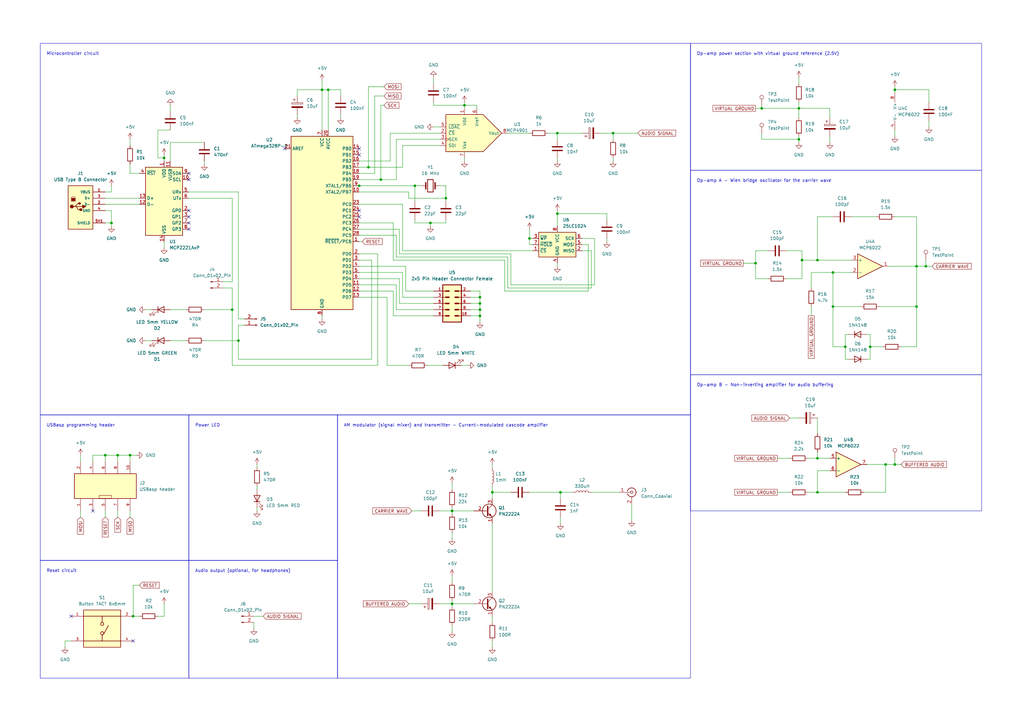
<source format=kicad_sch>
(kicad_sch (version 20230121) (generator eeschema)
  (paper "A3")
  (title_block (title "RTTY/AM radio transmitter card with USB serial input"))
  (junction (at 134.62 36.83))
  (junction (at 190.5 43.18))
  (junction (at 375.92 125.73))
  (junction (at 196.85 129.54))
  (junction (at 54.61 252.73))
  (junction (at 335.28 187.96))
  (junction (at 196.85 124.46))
  (junction (at 327.66 57.15))
  (junction (at 182.88 81.28))
  (junction (at 185.42 247.65))
  (junction (at 367.03 190.5))
  (junction (at 53.34 186.69))
  (junction (at 151.13 68.58))
  (junction (at 97.79 139.7))
  (junction (at 176.53 91.44))
  (junction (at 251.46 54.61))
  (junction (at 312.42 44.45))
  (junction (at 95.25 127))
  (junction (at 132.08 36.83))
  (junction (at 346.71 142.24))
  (junction (at 335.28 201.93))
  (junction (at 228.6 54.61))
  (junction (at 217.17 97.79))
  (junction (at 309.88 107.95))
  (junction (at 201.93 201.93))
  (junction (at 335.28 106.68))
  (junction (at 67.31 64.77))
  (junction (at 341.63 125.73))
  (junction (at 147.32 76.2))
  (junction (at 185.42 209.55))
  (junction (at 356.87 142.24))
  (junction (at 196.85 127))
  (junction (at 48.26 186.69))
  (junction (at 43.18 186.69))
  (junction (at 341.63 111.76))
  (junction (at 379.73 109.22))
  (junction (at 327.66 44.45))
  (junction (at 228.6 87.63))
  (junction (at 328.93 106.68))
  (junction (at 196.85 121.92))
  (junction (at 170.18 76.2))
  (junction (at 367.03 36.83))
  (junction (at 363.22 190.5))
  (junction (at 45.72 91.44))
  (junction (at 156.21 73.66))
  (junction (at 229.87 201.93))
  (junction (at 375.92 109.22))
  (no_connect (at 147.32 86.36))
  (no_connect (at 77.47 71.12))
  (no_connect (at 147.32 63.5))
  (no_connect (at 77.47 86.36))
  (no_connect (at 77.47 91.44))
  (no_connect (at 147.32 60.96))
  (no_connect (at 29.21 252.73))
  (no_connect (at 54.61 262.89))
  (no_connect (at 38.1 209.55))
  (no_connect (at 77.47 93.98))
  (no_connect (at 147.32 88.9))
  (no_connect (at 116.84 60.96))
  (no_connect (at 77.47 73.66))
  (no_connect (at 77.47 88.9))
  (wire (pts (xy 147.32 66.04) (xy 160.02 66.04)))
  (wire (pts (xy 165.1 121.92) (xy 165.1 111.76)))
  (wire (pts (xy 166.37 109.22) (xy 147.32 109.22)))
  (wire (pts (xy 162.56 105.41) (xy 162.56 96.52)))
  (wire (pts (xy 349.25 88.9) (xy 359.41 88.9)))
  (wire (pts (xy 335.28 88.9) (xy 341.63 88.9)))
  (wire (pts (xy 375.92 109.22) (xy 379.73 109.22)))
  (wire (pts (xy 100.33 133.35) (xy 97.79 133.35)))
  (wire (pts (xy 45.72 86.36) (xy 43.18 86.36)))
  (wire (pts (xy 193.04 119.38) (xy 196.85 119.38)))
  (wire (pts (xy 177.8 41.91) (xy 177.8 43.18)))
  (wire (pts (xy 161.29 119.38) (xy 161.29 129.54)))
  (wire (pts (xy 176.53 91.44) (xy 176.53 92.71)))
  (wire (pts (xy 54.61 252.73) (xy 57.15 252.73)))
  (wire (pts (xy 132.08 33.02) (xy 132.08 36.83)))
  (wire (pts (xy 165.1 83.82) (xy 147.32 83.82)))
  (wire (pts (xy 97.79 147.32) (xy 152.4 147.32)))
  (wire (pts (xy 347.98 137.16) (xy 346.71 137.16)))
  (wire (pts (xy 332.74 111.76) (xy 332.74 118.11)))
  (wire (pts (xy 381 36.83) (xy 381 41.91)))
  (wire (pts (xy 64.77 53.34) (xy 64.77 64.77)))
  (wire (pts (xy 312.42 57.15) (xy 327.66 57.15)))
  (wire (pts (xy 185.42 236.22) (xy 185.42 238.76)))
  (wire (pts (xy 158.75 149.86) (xy 167.64 149.86)))
  (wire (pts (xy 147.32 73.66) (xy 156.21 73.66)))
  (wire (pts (xy 166.37 119.38) (xy 166.37 109.22)))
  (wire (pts (xy 209.55 104.14) (xy 163.83 104.14)))
  (wire (pts (xy 248.92 99.06) (xy 248.92 97.79)))
  (wire (pts (xy 69.85 58.42) (xy 83.82 58.42)))
  (wire (pts (xy 38.1 186.69) (xy 43.18 186.69)))
  (wire (pts (xy 335.28 193.04) (xy 340.36 193.04)))
  (wire (pts (xy 327.66 31.75) (xy 327.66 34.29)))
  (wire (pts (xy 341.63 125.73) (xy 353.06 125.73)))
  (wire (pts (xy 62.23 139.7) (xy 59.69 139.7)))
  (wire (pts (xy 318.77 187.96) (xy 323.85 187.96)))
  (wire (pts (xy 217.17 97.79) (xy 217.17 93.98)))
  (wire (pts (xy 147.32 116.84) (xy 162.56 116.84)))
  (wire (pts (xy 185.42 247.65) (xy 194.31 247.65)))
  (wire (pts (xy 185.42 209.55) (xy 194.31 209.55)))
  (wire (pts (xy 196.85 127) (xy 196.85 129.54)))
  (wire (pts (xy 309.88 114.3) (xy 309.88 107.95)))
  (wire (pts (xy 158.75 121.92) (xy 158.75 149.86)))
  (wire (pts (xy 335.28 185.42) (xy 335.28 187.96)))
  (wire (pts (xy 45.72 86.36) (xy 45.72 91.44)))
  (wire (pts (xy 185.42 218.44) (xy 185.42 220.98)))
  (wire (pts (xy 242.57 102.87) (xy 242.57 118.11)))
  (wire (pts (xy 304.8 107.95) (xy 309.88 107.95)))
  (wire (pts (xy 121.92 39.37) (xy 121.92 36.83)))
  (wire (pts (xy 95.25 81.28) (xy 77.47 81.28)))
  (wire (pts (xy 95.25 149.86) (xy 95.25 127)))
  (wire (pts (xy 53.34 189.23) (xy 53.34 186.69)))
  (wire (pts (xy 53.34 57.15) (xy 53.34 59.69)))
  (wire (pts (xy 207.01 119.38) (xy 207.01 106.68)))
  (wire (pts (xy 340.36 48.26) (xy 340.36 44.45)))
  (wire (pts (xy 165.1 102.87) (xy 218.44 102.87)))
  (wire (pts (xy 33.02 209.55) (xy 33.02 212.09)))
  (wire (pts (xy 147.32 78.74) (xy 167.64 78.74)))
  (wire (pts (xy 196.85 124.46) (xy 196.85 127)))
  (wire (pts (xy 163.83 114.3) (xy 163.83 124.46)))
  (wire (pts (xy 193.04 124.46) (xy 196.85 124.46)))
  (wire (pts (xy 207.01 106.68) (xy 161.29 106.68)))
  (wire (pts (xy 218.44 100.33) (xy 217.17 100.33)))
  (wire (pts (xy 121.92 36.83) (xy 132.08 36.83)))
  (wire (pts (xy 196.85 121.92) (xy 196.85 124.46)))
  (wire (pts (xy 54.61 240.03) (xy 54.61 252.73)))
  (wire (pts (xy 242.57 118.11) (xy 208.28 118.11)))
  (wire (pts (xy 195.58 44.45) (xy 195.58 43.18)))
  (wire (pts (xy 312.42 54.61) (xy 312.42 57.15)))
  (wire (pts (xy 248.92 87.63) (xy 228.6 87.63)))
  (wire (pts (xy 341.63 142.24) (xy 341.63 125.73)))
  (wire (pts (xy 104.14 255.27) (xy 104.14 257.81)))
  (wire (pts (xy 157.48 35.56) (xy 151.13 35.56)))
  (wire (pts (xy 196.85 129.54) (xy 196.85 132.08)))
  (wire (pts (xy 165.1 111.76) (xy 147.32 111.76)))
  (wire (pts (xy 331.47 201.93) (xy 335.28 201.93)))
  (wire (pts (xy 340.36 44.45) (xy 327.66 44.45)))
  (wire (pts (xy 165.1 102.87) (xy 165.1 83.82)))
  (wire (pts (xy 379.73 106.68) (xy 379.73 109.22)))
  (wire (pts (xy 69.85 66.04) (xy 69.85 58.42)))
  (wire (pts (xy 340.36 55.88) (xy 340.36 58.42)))
  (wire (pts (xy 228.6 107.95) (xy 228.6 109.22)))
  (wire (pts (xy 57.15 240.03) (xy 54.61 240.03)))
  (wire (pts (xy 375.92 125.73) (xy 375.92 109.22)))
  (wire (pts (xy 241.3 100.33) (xy 241.3 119.38)))
  (wire (pts (xy 375.92 142.24) (xy 375.92 125.73)))
  (wire (pts (xy 241.3 119.38) (xy 207.01 119.38)))
  (wire (pts (xy 314.96 114.3) (xy 309.88 114.3)))
  (wire (pts (xy 259.08 207.01) (xy 259.08 213.36)))
  (wire (pts (xy 375.92 88.9) (xy 375.92 109.22)))
  (wire (pts (xy 161.29 106.68) (xy 161.29 91.44)))
  (wire (pts (xy 335.28 171.45) (xy 335.28 177.8)))
  (wire (pts (xy 146.05 76.2) (xy 147.32 76.2)))
  (wire (pts (xy 139.7 36.83) (xy 134.62 36.83)))
  (wire (pts (xy 48.26 209.55) (xy 48.26 212.09)))
  (wire (pts (xy 95.25 81.28) (xy 95.25 115.57)))
  (wire (pts (xy 152.4 106.68) (xy 147.32 106.68)))
  (wire (pts (xy 38.1 189.23) (xy 38.1 186.69)))
  (wire (pts (xy 375.92 109.22) (xy 364.49 109.22)))
  (wire (pts (xy 201.93 214.63) (xy 201.93 242.57)))
  (wire (pts (xy 147.32 99.06) (xy 148.59 99.06)))
  (wire (pts (xy 67.31 64.77) (xy 67.31 66.04)))
  (wire (pts (xy 134.62 36.83) (xy 132.08 36.83)))
  (wire (pts (xy 77.47 78.74) (xy 97.79 78.74)))
  (wire (pts (xy 355.6 147.32) (xy 356.87 147.32)))
  (wire (pts (xy 182.88 91.44) (xy 176.53 91.44)))
  (wire (pts (xy 43.18 81.28) (xy 57.15 81.28)))
  (wire (pts (xy 243.84 97.79) (xy 243.84 116.84)))
  (wire (pts (xy 48.26 186.69) (xy 48.26 189.23)))
  (wire (pts (xy 217.17 100.33) (xy 217.17 97.79)))
  (wire (pts (xy 201.93 201.93) (xy 201.93 204.47)))
  (wire (pts (xy 367.03 36.83) (xy 367.03 38.1)))
  (wire (pts (xy 322.58 102.87) (xy 328.93 102.87)))
  (wire (pts (xy 228.6 86.36) (xy 228.6 87.63)))
  (wire (pts (xy 228.6 64.77) (xy 228.6 66.04)))
  (wire (pts (xy 163.83 104.14) (xy 163.83 93.98)))
  (wire (pts (xy 201.93 201.93) (xy 209.55 201.93)))
  (wire (pts (xy 309.88 107.95) (xy 309.88 102.87)))
  (wire (pts (xy 367.03 190.5) (xy 369.57 190.5)))
  (wire (pts (xy 322.58 114.3) (xy 328.93 114.3)))
  (wire (pts (xy 360.68 125.73) (xy 375.92 125.73)))
  (wire (pts (xy 53.34 71.12) (xy 53.34 67.31)))
  (wire (pts (xy 182.88 76.2) (xy 182.88 81.28)))
  (wire (pts (xy 356.87 142.24) (xy 356.87 137.16)))
  (wire (pts (xy 154.94 149.86) (xy 95.25 149.86)))
  (wire (pts (xy 195.58 43.18) (xy 190.5 43.18)))
  (wire (pts (xy 43.18 186.69) (xy 43.18 189.23)))
  (wire (pts (xy 327.66 55.88) (xy 327.66 57.15)))
  (wire (pts (xy 243.84 116.84) (xy 209.55 116.84)))
  (wire (pts (xy 318.77 201.93) (xy 323.85 201.93)))
  (wire (pts (xy 43.18 209.55) (xy 43.18 212.09)))
  (wire (pts (xy 327.66 44.45) (xy 327.66 48.26)))
  (wire (pts (xy 33.02 186.69) (xy 33.02 189.23)))
  (wire (pts (xy 147.32 119.38) (xy 161.29 119.38)))
  (wire (pts (xy 69.85 43.18) (xy 69.85 45.72)))
  (wire (pts (xy 251.46 54.61) (xy 261.62 54.61)))
  (wire (pts (xy 354.33 201.93) (xy 363.22 201.93)))
  (wire (pts (xy 166.37 119.38) (xy 177.8 119.38)))
  (wire (pts (xy 132.08 129.54) (xy 132.08 130.81)))
  (wire (pts (xy 346.71 142.24) (xy 341.63 142.24)))
  (wire (pts (xy 121.92 46.99) (xy 121.92 48.26)))
  (wire (pts (xy 189.23 149.86) (xy 191.77 149.86)))
  (wire (pts (xy 165.1 68.58) (xy 165.1 59.69)))
  (wire (pts (xy 193.04 127) (xy 196.85 127)))
  (wire (pts (xy 45.72 78.74) (xy 45.72 76.2)))
  (wire (pts (xy 335.28 187.96) (xy 340.36 187.96)))
  (wire (pts (xy 367.03 53.34) (xy 367.03 55.88)))
  (wire (pts (xy 177.8 121.92) (xy 165.1 121.92)))
  (wire (pts (xy 161.29 129.54) (xy 177.8 129.54)))
  (wire (pts (xy 379.73 109.22) (xy 382.27 109.22)))
  (wire (pts (xy 369.57 142.24) (xy 375.92 142.24)))
  (wire (pts (xy 228.6 54.61) (xy 238.76 54.61)))
  (wire (pts (xy 147.32 104.14) (xy 154.94 104.14)))
  (wire (pts (xy 162.56 127) (xy 177.8 127)))
  (wire (pts (xy 180.34 247.65) (xy 185.42 247.65)))
  (wire (pts (xy 97.79 133.35) (xy 97.79 139.7)))
  (wire (pts (xy 163.83 124.46) (xy 177.8 124.46)))
  (wire (pts (xy 327.66 57.15) (xy 327.66 58.42)))
  (wire (pts (xy 217.17 201.93) (xy 229.87 201.93)))
  (wire (pts (xy 190.5 64.77) (xy 190.5 66.04)))
  (wire (pts (xy 91.44 118.11) (xy 95.25 118.11)))
  (wire (pts (xy 134.62 53.34) (xy 134.62 36.83)))
  (wire (pts (xy 327.66 41.91) (xy 327.66 44.45)))
  (wire (pts (xy 64.77 64.77) (xy 67.31 64.77)))
  (wire (pts (xy 185.42 247.65) (xy 185.42 246.38)))
  (wire (pts (xy 156.21 43.18) (xy 156.21 73.66)))
  (wire (pts (xy 67.31 252.73) (xy 64.77 252.73)))
  (wire (pts (xy 238.76 97.79) (xy 243.84 97.79)))
  (wire (pts (xy 67.31 99.06) (xy 67.31 101.6)))
  (wire (pts (xy 229.87 201.93) (xy 234.95 201.93)))
  (wire (pts (xy 76.2 127) (xy 69.85 127)))
  (wire (pts (xy 218.44 97.79) (xy 217.17 97.79)))
  (wire (pts (xy 201.93 252.73) (xy 201.93 255.27)))
  (wire (pts (xy 151.13 68.58) (xy 165.1 68.58)))
  (wire (pts (xy 323.85 171.45) (xy 327.66 171.45)))
  (wire (pts (xy 147.32 114.3) (xy 163.83 114.3)))
  (wire (pts (xy 177.8 52.07) (xy 180.34 52.07)))
  (wire (pts (xy 43.18 83.82) (xy 57.15 83.82)))
  (wire (pts (xy 43.18 91.44) (xy 45.72 91.44)))
  (wire (pts (xy 105.41 199.39) (xy 105.41 200.66)))
  (wire (pts (xy 177.8 43.18) (xy 190.5 43.18)))
  (wire (pts (xy 64.77 53.34) (xy 69.85 53.34)))
  (wire (pts (xy 335.28 106.68) (xy 349.25 106.68)))
  (wire (pts (xy 157.48 43.18) (xy 156.21 43.18)))
  (wire (pts (xy 162.56 116.84) (xy 162.56 127)))
  (wire (pts (xy 190.5 41.91) (xy 190.5 43.18)))
  (wire (pts (xy 332.74 125.73) (xy 332.74 129.54)))
  (wire (pts (xy 346.71 147.32) (xy 347.98 147.32)))
  (wire (pts (xy 147.32 121.92) (xy 158.75 121.92)))
  (wire (pts (xy 201.93 199.39) (xy 201.93 201.93)))
  (wire (pts (xy 83.82 66.04) (xy 83.82 67.31)))
  (wire (pts (xy 201.93 262.89) (xy 201.93 265.43)))
  (wire (pts (xy 156.21 73.66) (xy 162.56 73.66)))
  (wire (pts (xy 224.79 54.61) (xy 228.6 54.61)))
  (wire (pts (xy 208.28 54.61) (xy 217.17 54.61)))
  (wire (pts (xy 328.93 102.87) (xy 328.93 106.68)))
  (wire (pts (xy 83.82 139.7) (xy 97.79 139.7)))
  (wire (pts (xy 349.25 111.76) (xy 341.63 111.76)))
  (wire (pts (xy 208.28 105.41) (xy 162.56 105.41)))
  (wire (pts (xy 57.15 71.12) (xy 53.34 71.12)))
  (wire (pts (xy 363.22 201.93) (xy 363.22 190.5)))
  (wire (pts (xy 175.26 149.86) (xy 181.61 149.86)))
  (wire (pts (xy 162.56 73.66) (xy 162.56 57.15)))
  (wire (pts (xy 67.31 247.65) (xy 67.31 252.73)))
  (wire (pts (xy 177.8 31.75) (xy 177.8 34.29)))
  (wire (pts (xy 147.32 76.2) (xy 170.18 76.2)))
  (wire (pts (xy 182.88 90.17) (xy 182.88 91.44)))
  (wire (pts (xy 161.29 91.44) (xy 147.32 91.44)))
  (wire (pts (xy 309.88 102.87) (xy 314.96 102.87)))
  (wire (pts (xy 242.57 201.93) (xy 254 201.93)))
  (wire (pts (xy 162.56 57.15) (xy 180.34 57.15)))
  (wire (pts (xy 153.67 39.37) (xy 153.67 71.12)))
  (wire (pts (xy 312.42 43.18) (xy 312.42 44.45)))
  (wire (pts (xy 193.04 121.92) (xy 196.85 121.92)))
  (wire (pts (xy 152.4 106.68) (xy 152.4 147.32)))
  (wire (pts (xy 229.87 212.09) (xy 229.87 214.63)))
  (wire (pts (xy 346.71 137.16) (xy 346.71 142.24)))
  (wire (pts (xy 105.41 208.28) (xy 105.41 209.55)))
  (wire (pts (xy 157.48 39.37) (xy 153.67 39.37)))
  (wire (pts (xy 185.42 256.54) (xy 185.42 259.08)))
  (wire (pts (xy 185.42 209.55) (xy 185.42 208.28)))
  (wire (pts (xy 208.28 118.11) (xy 208.28 105.41)))
  (wire (pts (xy 160.02 54.61) (xy 180.34 54.61)))
  (wire (pts (xy 363.22 190.5) (xy 367.03 190.5)))
  (wire (pts (xy 163.83 93.98) (xy 147.32 93.98)))
  (wire (pts (xy 182.88 81.28) (xy 182.88 82.55)))
  (wire (pts (xy 151.13 35.56) (xy 151.13 68.58)))
  (wire (pts (xy 381 52.07) (xy 381 49.53)))
  (wire (pts (xy 356.87 142.24) (xy 361.95 142.24)))
  (wire (pts (xy 335.28 201.93) (xy 346.71 201.93)))
  (wire (pts (xy 165.1 59.69) (xy 180.34 59.69)))
  (wire (pts (xy 167.64 247.65) (xy 172.72 247.65)))
  (wire (pts (xy 167.64 78.74) (xy 167.64 81.28)))
  (wire (pts (xy 43.18 78.74) (xy 45.72 78.74)))
  (wire (pts (xy 162.56 96.52) (xy 147.32 96.52)))
  (wire (pts (xy 238.76 100.33) (xy 241.3 100.33)))
  (wire (pts (xy 248.92 87.63) (xy 248.92 90.17)))
  (wire (pts (xy 201.93 190.5) (xy 201.93 191.77)))
  (wire (pts (xy 170.18 91.44) (xy 170.18 90.17)))
  (wire (pts (xy 341.63 111.76) (xy 332.74 111.76)))
  (wire (pts (xy 246.38 54.61) (xy 251.46 54.61)))
  (wire (pts (xy 45.72 91.44) (xy 45.72 92.71)))
  (wire (pts (xy 160.02 66.04) (xy 160.02 54.61)))
  (wire (pts (xy 168.91 209.55) (xy 172.72 209.55)))
  (wire (pts (xy 335.28 201.93) (xy 335.28 193.04)))
  (wire (pts (xy 176.53 91.44) (xy 170.18 91.44)))
  (wire (pts (xy 43.18 186.69) (xy 48.26 186.69)))
  (wire (pts (xy 356.87 137.16) (xy 355.6 137.16)))
  (wire (pts (xy 105.41 190.5) (xy 105.41 191.77)))
  (wire (pts (xy 309.88 44.45) (xy 312.42 44.45)))
  (wire (pts (xy 97.79 130.81) (xy 100.33 130.81)))
  (wire (pts (xy 196.85 119.38) (xy 196.85 121.92)))
  (wire (pts (xy 185.42 247.65) (xy 185.42 248.92)))
  (wire (pts (xy 53.34 186.69) (xy 55.88 186.69)))
  (wire (pts (xy 367.03 35.56) (xy 367.03 36.83)))
  (wire (pts (xy 147.32 71.12) (xy 153.67 71.12)))
  (wire (pts (xy 26.67 262.89) (xy 26.67 265.43)))
  (wire (pts (xy 139.7 39.37) (xy 139.7 36.83)))
  (wire (pts (xy 139.7 46.99) (xy 139.7 48.26)))
  (wire (pts (xy 185.42 209.55) (xy 185.42 210.82)))
  (wire (pts (xy 132.08 36.83) (xy 132.08 53.34)))
  (wire (pts (xy 328.93 114.3) (xy 328.93 106.68)))
  (wire (pts (xy 170.18 76.2) (xy 170.18 82.55)))
  (wire (pts (xy 97.79 147.32) (xy 97.79 139.7)))
  (wire (pts (xy 238.76 102.87) (xy 242.57 102.87)))
  (wire (pts (xy 355.6 190.5) (xy 363.22 190.5)))
  (wire (pts (xy 228.6 87.63) (xy 228.6 92.71)))
  (wire (pts (xy 367.03 36.83) (xy 381 36.83)))
  (wire (pts (xy 48.26 186.69) (xy 53.34 186.69)))
  (wire (pts (xy 167.64 81.28) (xy 182.88 81.28)))
  (wire (pts (xy 335.28 88.9) (xy 335.28 106.68)))
  (wire (pts (xy 97.79 78.74) (xy 97.79 130.81)))
  (wire (pts (xy 346.71 142.24) (xy 346.71 147.32)))
  (wire (pts (xy 62.23 127) (xy 59.69 127)))
  (wire (pts (xy 251.46 54.61) (xy 251.46 57.15)))
  (wire (pts (xy 209.55 116.84) (xy 209.55 104.14)))
  (wire (pts (xy 193.04 129.54) (xy 196.85 129.54)))
  (wire (pts (xy 53.34 209.55) (xy 53.34 212.09)))
  (wire (pts (xy 104.14 252.73) (xy 107.95 252.73)))
  (wire (pts (xy 67.31 63.5) (xy 67.31 64.77)))
  (wire (pts (xy 76.2 139.7) (xy 69.85 139.7)))
  (wire (pts (xy 147.32 68.58) (xy 151.13 68.58)))
  (wire (pts (xy 172.72 76.2) (xy 170.18 76.2)))
  (wire (pts (xy 312.42 44.45) (xy 327.66 44.45)))
  (wire (pts (xy 154.94 104.14) (xy 154.94 149.86)))
  (wire (pts (xy 180.34 76.2) (xy 182.88 76.2)))
  (wire (pts (xy 328.93 106.68) (xy 335.28 106.68)))
  (wire (pts (xy 331.47 187.96) (xy 335.28 187.96)))
  (wire (pts (xy 229.87 204.47) (xy 229.87 201.93)))
  (wire (pts (xy 95.25 118.11) (xy 95.25 127)))
  (wire (pts (xy 367.03 88.9) (xy 375.92 88.9)))
  (wire (pts (xy 180.34 209.55) (xy 185.42 209.55)))
  (wire (pts (xy 190.5 43.18) (xy 190.5 44.45)))
  (wire (pts (xy 367.03 187.96) (xy 367.03 190.5)))
  (wire (pts (xy 91.44 115.57) (xy 95.25 115.57)))
  (wire (pts (xy 341.63 111.76) (xy 341.63 125.73)))
  (wire (pts (xy 356.87 147.32) (xy 356.87 142.24)))
  (wire (pts (xy 185.42 198.12) (xy 185.42 200.66)))
  (wire (pts (xy 83.82 127) (xy 95.25 127)))
  (wire (pts (xy 251.46 64.77) (xy 251.46 66.04)))
  (wire (pts (xy 228.6 54.61) (xy 228.6 57.15)))
  (wire (pts (xy 29.21 262.89) (xy 26.67 262.89)))
  (rectangle (start 138.43 170.18) (end 283.21 278.13))
  (rectangle (start 16.51 229.87) (end 77.47 278.13))
  (rectangle (start 283.21 17.78) (end 402.59 69.85))
  (rectangle (start 283.21 69.85) (end 402.59 153.67))
  (rectangle (start 77.47 229.87) (end 138.43 278.13))
  (rectangle (start 16.51 17.78) (end 283.21 170.18))
  (rectangle (start 283.21 153.67) (end 402.59 209.55))
  (rectangle (start 77.47 170.18) (end 138.43 229.87))
  (rectangle (start 16.51 170.18) (end 77.47 229.87))
  (text "Op-amp B - Non-inverting amplifier for audio buffering" (at 285.75 158.75 0) (effects (font (size 1.27 1.27)) (justify left bottom)))
  (text "Power LED" (at 80.01 175.26 0) (effects (font (size 1.27 1.27)) (justify left bottom)))
  (text "AM modulator (signal mixer) and transmitter - Current-modulated cascode amplifier" (at 140.97 175.26 0) (effects (font (size 1.27 1.27)) (justify left bottom)))
  (text "Op-amp A - Wien bridge oscillator for the carrier wave" (at 285.75 74.93 0) (effects (font (size 1.27 1.27)) (justify left bottom)))
  (text "Reset circuit" (at 19.05 234.95 0) (effects (font (size 1.27 1.27)) (justify left bottom)))
  (text "USBasp programming header" (at 19.05 175.26 0) (effects (font (size 1.27 1.27)) (justify left bottom)))
  (text "Op-amp power section with virtual ground reference (2.5V)" (at 285.75 22.86 0) (effects (font (size 1.27 1.27)) (justify left bottom)))
  (text "Microcontroller circuit" (at 19.05 22.86 0) (effects (font (size 1.27 1.27)) (justify left bottom)))
  (text "Audio output (optional, for headphones)" (at 80.01 234.95 0) (effects (font (size 1.27 1.27)) (justify left bottom)))
  (global_label "RESET" (shape input) (at 43.18 212.09 270) (property "Intersheetrefs" "${INTERSHEET_REFS}" (effects hide)))
  (global_label "BUFFERED AUDIO" (shape input) (at 369.57 190.5 0) (property "Intersheetrefs" "${INTERSHEET_REFS}" (effects hide)))
  (global_label "AUDIO SIGNAL" (shape input) (at 107.95 252.73 0) (property "Intersheetrefs" "${INTERSHEET_REFS}" (effects hide)))
  (global_label "VIRTUAL GROUND" (shape passive) (at 318.77 187.96 180) (property "Intersheetrefs" "${INTERSHEET_REFS}" (effects hide)))
  (global_label "AUDIO SIGNAL" (shape input) (at 323.85 171.45 180) (property "Intersheetrefs" "${INTERSHEET_REFS}" (effects hide)))
  (global_label "MOSI" (shape input) (at 157.48 35.56 0) (property "Intersheetrefs" "${INTERSHEET_REFS}" (effects hide)))
  (global_label "VIRTUAL GROUND" (shape passive) (at 304.8 107.95 180) (property "Intersheetrefs" "${INTERSHEET_REFS}" (effects hide)))
  (global_label "MOSI" (shape input) (at 33.02 212.09 270) (property "Intersheetrefs" "${INTERSHEET_REFS}" (effects hide)))
  (global_label "SCK" (shape input) (at 48.26 212.09 270) (property "Intersheetrefs" "${INTERSHEET_REFS}" (effects hide)))
  (global_label "VIRTUAL GROUND" (shape passive) (at 318.77 201.93 180) (property "Intersheetrefs" "${INTERSHEET_REFS}" (effects hide)))
  (global_label "RESET" (shape input) (at 57.15 240.03 0) (property "Intersheetrefs" "${INTERSHEET_REFS}" (effects hide)))
  (global_label "CARRIER WAVE" (shape input) (at 168.91 209.55 180) (property "Intersheetrefs" "${INTERSHEET_REFS}" (effects hide)))
  (global_label "BUFFERED AUDIO" (shape input) (at 167.64 247.65 180) (property "Intersheetrefs" "${INTERSHEET_REFS}" (effects hide)))
  (global_label "SCK" (shape input) (at 157.48 43.18 0) (property "Intersheetrefs" "${INTERSHEET_REFS}" (effects hide)))
  (global_label "AUDIO SIGNAL" (shape input) (at 261.62 54.61 0) (property "Intersheetrefs" "${INTERSHEET_REFS}" (effects hide)))
  (global_label "VIRTUAL GROUND" (shape passive) (at 332.74 129.54 270) (property "Intersheetrefs" "${INTERSHEET_REFS}" (effects hide)))
  (global_label "RESET" (shape input) (at 148.59 99.06 0) (property "Intersheetrefs" "${INTERSHEET_REFS}" (effects hide)))
  (global_label "CARRIER WAVE" (shape input) (at 382.27 109.22 0) (property "Intersheetrefs" "${INTERSHEET_REFS}" (effects hide)))
  (global_label "MISO" (shape input) (at 53.34 212.09 270) (property "Intersheetrefs" "${INTERSHEET_REFS}" (effects hide)))
  (global_label "VIRTUAL GROUND" (shape passive) (at 309.88 44.45 180) (property "Intersheetrefs" "${INTERSHEET_REFS}" (effects hide)))
  (global_label "MISO" (shape input) (at 157.48 39.37 0) (property "Intersheetrefs" "${INTERSHEET_REFS}" (effects hide)))
  (symbol (lib_id "StockLib:LED 5mm RED") (at 105.41 204.47 90) (unit 1)
    (property "Reference" "D3" (at 109.22 204.7875 90) (effects (justify right)))
    (property "Value" "LED 5mm RED" (at 109.22 207.3275 90) (effects (justify right)))
    (property "Footprint" "StockLib:LED_D5.0mm_RED" (effects hide))
  )
  (symbol (lib_id "power:+5V") (at 327.66 31.75 0) (unit 1)
    (property "Reference" "#PWR047" (effects hide))
    (property "Value" "+5V" (at 327.66 26.67 0))
  )
  (symbol (lib_id "Device:C_Polarized") (at 121.92 43.18 0) (unit 1)
    (property "Reference" "C6" (at 125.73 41.021 0) (effects (justify left)))
    (property "Value" "10uF" (at 125.73 43.561 0) (effects (justify left)))
    (property "Footprint" "Capacitor_THT:CP_Radial_D6.3mm_P2.50mm" (effects hide))
  )
  (symbol (lib_id "power:GND") (at 121.92 48.26 0) (unit 1)
    (property "Reference" "#PWR049" (effects hide))
    (property "Value" "GND" (at 121.92 53.34 0))
  )
  (symbol (lib_id "power:GND") (at 228.6 66.04 0) (unit 1)
    (property "Reference" "#PWR026" (effects hide))
    (property "Value" "GND" (at 228.6 71.12 0))
  )
  (symbol (lib_id "power:GND") (at 229.87 214.63 0) (unit 1)
    (property "Reference" "#PWR040" (effects hide))
    (property "Value" "GND" (at 229.87 219.71 0))
  )
  (symbol (lib_id "power:GND") (at 69.85 43.18 180) (unit 1)
    (property "Reference" "#PWR013" (effects hide))
    (property "Value" "GND" (at 69.85 38.1 0))
  )
  (symbol (lib_id "power:GND") (at 196.85 132.08 0) (unit 1)
    (property "Reference" "#PWR027" (effects hide))
    (property "Value" "GND" (at 196.85 137.16 0))
  )
  (symbol (lib_id "power:+5V") (at 201.93 190.5 0) (unit 1)
    (property "Reference" "#PWR039" (effects hide))
    (property "Value" "+5V" (at 201.93 185.42 0))
  )
  (symbol (lib_id "power:GND") (at 201.93 265.43 0) (unit 1)
    (property "Reference" "#PWR036" (effects hide))
    (property "Value" "GND" (at 201.93 270.51 0))
  )
  (symbol (lib_id "power:+5V") (at 185.42 198.12 0) (unit 1)
    (property "Reference" "#PWR037" (effects hide))
    (property "Value" "+5V" (at 185.42 193.04 0))
  )
  (symbol (lib_id "power:+5V") (at 67.31 247.65 0) (unit 1)
    (property "Reference" "#PWR09" (effects hide))
    (property "Value" "+5V" (at 67.31 242.57 0))
  )
  (symbol (lib_id "StockLib:C_100nF") (at 139.7 43.18 0) (unit 1)
    (property "Reference" "C4" (at 143.51 41.91 0) (effects (justify left)))
    (property "Value" "100nF" (at 143.51 44.45 0) (effects (justify left)))
    (property "Footprint" "StockLib:C_100nF_L7.0mm_W2.5mm_P5.00mm" (effects hide))
  )
  (symbol (lib_id "Amplifier_Operational:MCP6022") (at 356.87 109.22 0) (unit 1)
    (property "Reference" "U4" (at 356.87 99.06 0))
    (property "Value" "MCP6022" (at 356.87 101.6 0))
    (property "Footprint" "Package_DIP:DIP-8_W7.62mm" (effects hide))
    (property "Datasheet" "http://ww1.microchip.com/downloads/en/devicedoc/20001685e.pdf" (effects hide))
  )
  (symbol (lib_id "power:+5V") (at 190.5 41.91 0) (unit 1)
    (property "Reference" "#PWR022" (effects hide))
    (property "Value" "+5V" (at 190.5 36.83 0))
  )
  (symbol (lib_id "power:GND") (at 105.41 209.55 0) (unit 1)
    (property "Reference" "#PWR019" (effects hide))
    (property "Value" "GND" (at 105.41 214.63 0))
  )
  (symbol (lib_id "StockLib:Button TACT 6x6mm") (at 41.91 257.81 0) (unit 1)
    (property "Reference" "S1" (at 41.91 245.11 0))
    (property "Value" "Button TACT 6x6mm" (at 41.91 247.65 0))
    (property "Footprint" "StockLib:Button TACT 6x6mm" (effects hide))
    (property "MF" "CUI Devices" (effects hide))
    (property "Description" "6 x 6 mm, 10 mm Actuator Height, 260 gf, Black, Long Crimped, Through Hole, SPST, Tactile Switch" (effects hide))
    (property "Package" "None" (effects hide))
    (property "Price" "None" (effects hide))
    (property "Check_prices" "https://www.snapeda.com/parts/TS02-66-100-BK-260-LCR-D/CUI+Devices/view-part/?ref=eda" (effects hide))
    (property "STANDARD" "Manufacturer Recommendations" (effects hide))
    (property "PARTREV" "1.0" (effects hide))
    (property "SnapEDA_Link" "https://www.snapeda.com/parts/TS02-66-100-BK-260-LCR-D/CUI+Devices/view-part/?ref=snap" (effects hide))
    (property "MP" "TS02-66-100-BK-260-LCR-D" (effects hide))
    (property "CUI_purchase_URL" "https://www.cuidevices.com/product/switches/tactile-switches/ts02-66-100-bk-260-lcr-d?utm_source=snapeda.com&utm_medium=referral&utm_campaign=snapedaBOM" (effects hide))
    (property "Availability" "In Stock" (effects hide))
    (property "MANUFACTURER" "CUI Devices" (effects hide))
  )
  (symbol (lib_id "power:+5V") (at 367.03 35.56 0) (unit 1)
    (property "Reference" "#PWR043" (effects hide))
    (property "Value" "+5V" (at 367.03 30.48 0))
  )
  (symbol (lib_id "Connector:Conn_01x02_Pin") (at 99.06 252.73 0) (unit 1)
    (property "Reference" "J6" (at 99.695 247.65 0))
    (property "Value" "Conn_01x02_Pin" (at 99.695 250.19 0))
    (property "Footprint" "Connector_PinSocket_2.54mm:PinSocket_1x02_P2.54mm_Vertical" (effects hide))
  )
  (symbol (lib_id "Device:C") (at 170.18 86.36 0) (unit 1)
    (property "Reference" "C2" (at 173.99 85.09 0) (effects (justify left)))
    (property "Value" "22pF" (at 173.99 87.63 0) (effects (justify left)))
    (property "Footprint" "Capacitor_THT:C_Rect_L4.6mm_W2.0mm_P2.50mm_MKS02_FKP02" (effects hide))
  )
  (symbol (lib_id "power:+5V") (at 105.41 190.5 0) (unit 1)
    (property "Reference" "#PWR018" (effects hide))
    (property "Value" "+5V" (at 105.41 185.42 0))
  )
  (symbol (lib_id "StockLib:C_100nF") (at 83.82 62.23 0) (unit 1)
    (property "Reference" "C1" (at 87.63 60.96 0) (effects (justify left)))
    (property "Value" "470nF" (at 87.63 63.5 0) (effects (justify left)))
    (property "Footprint" "StockLib:C_100nF_L7.0mm_W2.5mm_P5.00mm" (effects hide))
  )
  (symbol (lib_id "Device:C_Polarized") (at 331.47 171.45 270) (unit 1)
    (property "Reference" "C19" (at 332.359 163.83 90))
    (property "Value" "10uF" (at 332.359 166.37 90))
    (property "Footprint" "Capacitor_THT:CP_Radial_D6.3mm_P2.50mm" (effects hide))
  )
  (symbol (lib_id "StockLib:R_10k") (at 350.52 201.93 270) (unit 1)
    (property "Reference" "R23" (at 350.52 195.58 90))
    (property "Value" "10k" (at 350.52 198.12 90))
    (property "Footprint" "StockLib:R_10k_Axial_DIN0207" (effects hide))
  )
  (symbol (lib_id "StockLib:R_10k") (at 185.42 252.73 180) (unit 1)
    (property "Reference" "R10" (at 187.96 251.46 0) (effects (justify right)))
    (property "Value" "220R" (at 187.96 254 0) (effects (justify right)))
    (property "Footprint" "StockLib:R_10k_Axial_DIN0207" (effects hide))
  )
  (symbol (lib_id "StockLib:2x5 Shrouded Box Header") (at 43.18 199.39 0) (unit 1)
    (property "Reference" "J2" (at 57.15 198.12 0) (effects (justify left)))
    (property "Value" "USBasp header" (at 57.15 200.66 0) (effects (justify left)))
    (property "Footprint" "StockLib:2x5 Shrouded Box Header" (effects hide))
    (property "MF" "Wurth Elektronik" (effects hide))
    (property "Description" "\nConnector Header Through Hole 10 position 0.100 (2.54mm)\n" (effects hide))
    (property "Package" "None" (effects hide))
    (property "Price" "None" (effects hide))
    (property "SnapEDA_Link" "https://www.snapeda.com/parts/61201021621/Wurth+Elektronik/view-part/?ref=snap" (effects hide))
    (property "MP" "61201021621" (effects hide))
    (property "Availability" "In Stock" (effects hide))
    (property "Check_prices" "https://www.snapeda.com/parts/61201021621/Wurth+Elektronik/view-part/?ref=eda" (effects hide))
  )
  (symbol (lib_id "Device:C") (at 228.6 60.96 180) (unit 1)
    (property "Reference" "C8" (at 232.41 59.69 0) (effects (justify right)))
    (property "Value" "10nF" (at 232.41 62.23 0) (effects (justify right)))
    (property "Footprint" "Capacitor_THT:C_Disc_D3.0mm_W1.6mm_P2.50mm" (effects hide))
  )
  (symbol (lib_id "Interface_USB:MCP2221AxP") (at 67.31 83.82 0) (unit 1)
    (property "Reference" "U1" (at 69.5041 99.06 0) (effects (justify left)))
    (property "Value" "MCP2221AxP" (at 69.5041 101.6 0) (effects (justify left)))
    (property "Footprint" "Package_DIP:DIP-14_W7.62mm" (effects hide))
    (property "Datasheet" "http://ww1.microchip.com/downloads/en/DeviceDoc/20005565B.pdf" (effects hide))
  )
  (symbol (lib_id "power:GND") (at 45.72 92.71 0) (unit 1)
    (property "Reference" "#PWR01" (effects hide))
    (property "Value" "GND" (at 45.72 97.79 0))
  )
  (symbol (lib_id "StockLib:R_10k") (at 356.87 125.73 90) (unit 1)
    (property "Reference" "R17" (at 356.87 119.38 90))
    (property "Value" "15k" (at 356.87 121.92 90))
    (property "Footprint" "StockLib:R_10k_Axial_DIN0207" (effects hide))
  )
  (symbol (lib_id "StockLib:R_10k") (at 327.66 38.1 180) (unit 1)
    (property "Reference" "R18" (at 330.2 36.83 0) (effects (justify right)))
    (property "Value" "10k" (at 330.2 39.37 0) (effects (justify right)))
    (property "Footprint" "StockLib:R_10k_Axial_DIN0207" (effects hide))
  )
  (symbol (lib_id "Connector:TestPoint") (at 312.42 43.18 0) (unit 1)
    (property "Reference" "TP3" (at 314.96 38.608 0) (effects (justify left)))
    (property "Value" "TestPoint" (at 314.96 41.148 0) (effects (justify left)))
    (property "Footprint" "TestPoint:TestPoint_Plated_Hole_D2.0mm" (effects hide))
  )
  (symbol (lib_id "Connector:TestPoint") (at 367.03 187.96 0) (unit 1)
    (property "Reference" "TP2" (at 369.57 183.388 0) (effects (justify left)))
    (property "Value" "TestPoint" (at 369.57 185.928 0) (effects (justify left)))
    (property "Footprint" "TestPoint:TestPoint_Plated_Hole_D2.0mm" (effects hide))
  )
  (symbol (lib_id "StockLib:R_10k") (at 332.74 121.92 0) (unit 1)
    (property "Reference" "R16" (at 335.28 120.65 0) (effects (justify left)))
    (property "Value" "4.7k" (at 335.28 123.19 0) (effects (justify left)))
    (property "Footprint" "StockLib:R_10k_Axial_DIN0207" (effects hide))
  )
  (symbol (lib_id "StockLib:C_100nF") (at 69.85 49.53 0) (unit 1)
    (property "Reference" "C5" (at 73.66 48.26 0) (effects (justify left)))
    (property "Value" "100nF" (at 73.66 50.8 0) (effects (justify left)))
    (property "Footprint" "StockLib:C_100nF_L7.0mm_W2.5mm_P5.00mm" (effects hide))
  )
  (symbol (lib_id "StockLib:R_470R") (at 105.41 195.58 180) (unit 1)
    (property "Reference" "R5" (at 107.95 194.31 0) (effects (justify right)))
    (property "Value" "470R" (at 107.95 196.85 0) (effects (justify right)))
    (property "Footprint" "StockLib:R_470_Axial_DIN0207" (effects hide))
  )
  (symbol (lib_id "StockLib:R_10k") (at 53.34 63.5 0) (unit 1)
    (property "Reference" "R1" (at 55.88 62.23 0) (effects (justify left)))
    (property "Value" "10k" (at 55.88 64.77 0) (effects (justify left)))
    (property "Footprint" "StockLib:R_10k_Axial_DIN0207" (effects hide))
  )
  (symbol (lib_id "StockLib:LED 5mm YELLOW") (at 185.42 149.86 180) (unit 1)
    (property "Reference" "D4" (at 187.0075 142.24 0))
    (property "Value" "LED 5mm WHITE" (at 187.0075 144.78 0))
    (property "Footprint" "StockLib:LED_D5.0mm_YELLOW" (effects hide))
  )
  (symbol (lib_id "power:GND") (at 251.46 66.04 0) (unit 1)
    (property "Reference" "#PWR033" (effects hide))
    (property "Value" "GND" (at 251.46 71.12 0))
  )
  (symbol (lib_id "StockLib:LED 5mm YELLOW") (at 66.04 127 0) (unit 1)
    (property "Reference" "D2" (at 64.4525 134.62 0))
    (property "Value" "LED 5mm YELLOW" (at 64.4525 132.08 0))
    (property "Footprint" "StockLib:LED_D5.0mm_YELLOW" (effects hide))
  )
  (symbol (lib_id "Connector:Conn_01x02_Pin") (at 105.41 133.35 180) (unit 1)
    (property "Reference" "J5" (at 106.68 130.81 0) (effects (justify right)))
    (property "Value" "Conn_01x02_Pin" (at 106.68 133.35 0) (effects (justify right)))
    (property "Footprint" "Connector_PinHeader_2.54mm:PinHeader_1x02_P2.54mm_Vertical" (effects hide))
  )
  (symbol (lib_id "StockLib:R_10k") (at 185.42 242.57 180) (unit 1)
    (property "Reference" "R9" (at 187.96 241.3 0) (effects (justify right)))
    (property "Value" "470R" (at 187.96 243.84 0) (effects (justify right)))
    (property "Footprint" "StockLib:R_10k_Axial_DIN0207" (effects hide))
  )
  (symbol (lib_id "StockLib:R_10k") (at 335.28 181.61 180) (unit 1)
    (property "Reference" "R21" (at 337.82 180.34 0) (effects (justify right)))
    (property "Value" "10k" (at 337.82 182.88 0) (effects (justify right)))
    (property "Footprint" "StockLib:R_10k_Axial_DIN0207" (effects hide))
  )
  (symbol (lib_id "StockLib:R_10k") (at 201.93 259.08 180) (unit 1)
    (property "Reference" "R11" (at 204.47 257.81 0) (effects (justify right)))
    (property "Value" "100R" (at 204.47 260.35 0) (effects (justify right)))
    (property "Footprint" "StockLib:R_10k_Axial_DIN0207" (effects hide))
  )
  (symbol (lib_id "StockLib:R_10k") (at 185.42 214.63 180) (unit 1)
    (property "Reference" "R13" (at 187.96 213.36 0) (effects (justify right)))
    (property "Value" "10k" (at 187.96 215.9 0) (effects (justify right)))
    (property "Footprint" "StockLib:R_10k_Axial_DIN0207" (effects hide))
  )
  (symbol (lib_id "StockLib:2x5 Pin Header Connector Female") (at 185.42 124.46 0) (unit 1)
    (property "Reference" "U5" (at 185.42 111.76 0))
    (property "Value" "2x5 Pin Header Connector Female" (at 185.42 114.3 0))
    (property "Footprint" "StockLib:2x5 Pin Header Connector Female" (effects hide))
    (property "MF" "Wurth Electronics" (effects hide))
    (property "Description" "\n10 Position Header Connector Through Hole\n" (effects hide))
    (property "Package" "None" (effects hide))
    (property "Price" "None" (effects hide))
    (property "SnapEDA_Link" "https://www.snapeda.com/parts/61301021821/Wurth+Electronics+Inc./view-part/?ref=snap" (effects hide))
    (property "MP" "61301021821" (effects hide))
    (property "Availability" "In Stock" (effects hide))
    (property "Check_prices" "https://www.snapeda.com/parts/61301021821/Wurth+Electronics+Inc./view-part/?ref=eda" (effects hide))
  )
  (symbol (lib_id "power:GND") (at 228.6 109.22 0) (unit 1)
    (property "Reference" "#PWR031" (effects hide))
    (property "Value" "GND" (at 228.6 114.3 0))
  )
  (symbol (lib_id "Device:C") (at 176.53 209.55 270) (unit 1)
    (property "Reference" "C12" (at 176.53 201.93 90))
    (property "Value" "100pF" (at 176.53 204.47 90))
    (property "Footprint" "Capacitor_THT:C_Disc_D3.0mm_W1.6mm_P2.50mm" (effects hide))
  )
  (symbol (lib_id "power:GND") (at 59.69 139.7 270) (unit 1)
    (property "Reference" "#PWR016" (effects hide))
    (property "Value" "GND" (at 55.88 139.7 90) (effects (justify right)))
  )
  (symbol (lib_id "Device:C") (at 345.44 88.9 270) (unit 1)
    (property "Reference" "C16" (at 345.44 81.28 90))
    (property "Value" "100pF" (at 345.44 83.82 90))
    (property "Footprint" "Capacitor_THT:C_Disc_D3.0mm_W1.6mm_P2.50mm" (effects hide))
  )
  (symbol (lib_id "StockLib:1N4148") (at 351.79 137.16 0) (unit 1)
    (property "Reference" "D5" (at 351.79 130.81 0))
    (property "Value" "1N4148" (at 351.79 133.35 0))
    (property "Footprint" "Diode_THT:D_DO-35_SOD27_P7.62mm_Horizontal" (effects hide))
    (property "Datasheet" "https://assets.nexperia.com/documents/data-sheet/1N4148_1N4448.pdf" (effects hide))
    (property "Sim.Device" "D" (effects hide))
    (property "Sim.Pins" "1=K 2=A" (effects hide))
  )
  (symbol (lib_id "StockLib:R_10k") (at 363.22 88.9 90) (unit 1)
    (property "Reference" "R15" (at 363.22 82.55 90))
    (property "Value" "1.5k" (at 363.22 85.09 90))
    (property "Footprint" "StockLib:R_10k_Axial_DIN0207" (effects hide))
  )
  (symbol (lib_id "power:GND") (at 132.08 130.81 0) (unit 1)
    (property "Reference" "#PWR07" (effects hide))
    (property "Value" "GND" (at 132.08 135.89 0))
  )
  (symbol (lib_id "StockLib:R_470R") (at 80.01 127 270) (unit 1)
    (property "Reference" "R4" (at 80.01 133.35 90))
    (property "Value" "470R" (at 80.01 130.81 90))
    (property "Footprint" "StockLib:R_470_Axial_DIN0207" (effects hide))
  )
  (symbol (lib_id "StockLib:R_10k") (at 185.42 204.47 180) (unit 1)
    (property "Reference" "R12" (at 187.96 203.2 0) (effects (justify right)))
    (property "Value" "22k" (at 187.96 205.74 0) (effects (justify right)))
    (property "Footprint" "StockLib:R_10k_Axial_DIN0207" (effects hide))
  )
  (symbol (lib_id "Device:Crystal") (at 176.53 76.2 0) (unit 1)
    (property "Reference" "Y1" (at 176.53 68.58 0))
    (property "Value" "16 MHz" (at 176.53 71.12 0))
    (property "Footprint" "Crystal:Crystal_HC49-U_Vertical" (effects hide))
  )
  (symbol (lib_id "power:GND") (at 67.31 101.6 0) (unit 1)
    (property "Reference" "#PWR04" (effects hide))
    (property "Value" "GND" (at 67.31 106.68 0))
  )
  (symbol (lib_id "power:+5V") (at 217.17 93.98 0) (unit 1)
    (property "Reference" "#PWR032" (effects hide))
    (property "Value" "+5V" (at 217.17 88.9 0))
  )
  (symbol (lib_id "power:GND") (at 185.42 220.98 0) (unit 1)
    (property "Reference" "#PWR038" (effects hide))
    (property "Value" "GND" (at 185.42 226.06 0))
  )
  (symbol (lib_id "power:GND") (at 340.36 58.42 0) (unit 1)
    (property "Reference" "#PWR048" (effects hide))
    (property "Value" "GND" (at 340.36 63.5 0))
  )
  (symbol (lib_id "power:+5V") (at 53.34 57.15 0) (unit 1)
    (property "Reference" "#PWR06" (effects hide))
    (property "Value" "+5V" (at 53.34 52.07 0))
  )
  (symbol (lib_id "power:GND") (at 177.8 31.75 180) (unit 1)
    (property "Reference" "#PWR024" (effects hide))
    (property "Value" "GND" (at 177.8 26.67 0))
  )
  (symbol (lib_id "StockLib:R_470R") (at 171.45 149.86 90) (unit 1)
    (property "Reference" "R7" (at 171.45 143.51 90))
    (property "Value" "470R" (at 171.45 146.05 90))
    (property "Footprint" "StockLib:R_470_Axial_DIN0207" (effects hide))
  )
  (symbol (lib_id "power:+5V") (at 45.72 76.2 0) (unit 1)
    (property "Reference" "#PWR014" (effects hide))
    (property "Value" "+5V" (at 45.72 71.12 0))
  )
  (symbol (lib_id "Device:C") (at 318.77 102.87 270) (unit 1)
    (property "Reference" "C15" (at 318.77 95.25 90))
    (property "Value" "100pF" (at 318.77 97.79 90))
    (property "Footprint" "Capacitor_THT:C_Disc_D3.0mm_W1.6mm_P2.50mm" (effects hide))
  )
  (symbol (lib_id "power:GND") (at 185.42 259.08 0) (unit 1)
    (property "Reference" "#PWR034" (effects hide))
    (property "Value" "GND" (at 185.42 264.16 0))
  )
  (symbol (lib_id "power:+5V") (at 33.02 186.69 0) (unit 1)
    (property "Reference" "#PWR021" (effects hide))
    (property "Value" "+5V" (at 33.02 181.61 0))
  )
  (symbol (lib_id "StockLib:L") (at 238.76 201.93 90) (unit 1)
    (property "Reference" "L2" (at 238.76 196.85 90))
    (property "Value" "330uH" (at 238.76 199.39 90))
    (property "Footprint" "Inductor_THT:L_Radial_D8.7mm_P5.00mm_Fastron_07HCP" (effects hide))
  )
  (symbol (lib_id "power:GND") (at 59.69 127 270) (unit 1)
    (property "Reference" "#PWR017" (effects hide))
    (property "Value" "GND" (at 55.88 127 90) (effects (justify right)))
  )
  (symbol (lib_id "Memory_EEPROM:25LCxxx") (at 228.6 100.33 0) (unit 1)
    (property "Reference" "U6" (at 230.7941 90.17 0) (effects (justify left)))
    (property "Value" "25LC1024" (at 230.7941 92.71 0) (effects (justify left)))
    (property "Footprint" "Package_DIP:DIP-8_W7.62mm" (effects hide))
    (property "Datasheet" "http://ww1.microchip.com/downloads/en/DeviceDoc/21832H.pdf" (effects hide))
  )
  (symbol (lib_id "power:GND") (at 327.66 58.42 0) (unit 1)
    (property "Reference" "#PWR046" (effects hide))
    (property "Value" "GND" (at 327.66 63.5 0))
  )
  (symbol (lib_id "StockLib:LED 5mm YELLOW") (at 66.04 139.7 0) (unit 1)
    (property "Reference" "D1" (at 64.4525 147.32 0))
    (property "Value" "LED 5mm GREEN" (at 64.4525 144.78 0))
    (property "Footprint" "StockLib:LED_D5.0mm_YELLOW" (effects hide))
  )
  (symbol (lib_id "Connector:TestPoint") (at 312.42 54.61 0) (unit 1)
    (property "Reference" "TP4" (at 314.96 50.038 0) (effects (justify left)))
    (property "Value" "TestPoint" (at 314.96 52.578 0) (effects (justify left)))
    (property "Footprint" "TestPoint:TestPoint_Plated_Hole_D2.0mm" (effects hide))
  )
  (symbol (lib_id "StockLib:R_10k") (at 318.77 114.3 270) (unit 1)
    (property "Reference" "R14" (at 318.77 107.95 90))
    (property "Value" "1.5k" (at 318.77 110.49 90))
    (property "Footprint" "StockLib:R_10k_Axial_DIN0207" (effects hide))
  )
  (symbol (lib_id "power:GND") (at 190.5 66.04 0) (unit 1)
    (property "Reference" "#PWR023" (effects hide))
    (property "Value" "GND" (at 190.5 71.12 0))
  )
  (symbol (lib_id "power:GND") (at 139.7 48.26 0) (unit 1)
    (property "Reference" "#PWR012" (effects hide))
    (property "Value" "GND" (at 139.7 53.34 0))
  )
  (symbol (lib_id "StockLib:USB Type B Connector") (at 33.02 83.82 0) (unit 1)
    (property "Reference" "J1" (at 33.02 71.12 0))
    (property "Value" "USB Type B Connector" (at 33.02 73.66 0))
    (property "Footprint" "StockLib:USB Type B Connector" (effects hide))
    (property "STANDARD" "MANUFACTURER RECOMENDATION" (effects hide))
    (property "PART_REV" "1.0" (effects hide))
    (property "MANUFACTURER" "CUI INC" (effects hide))
  )
  (symbol (lib_id "StockLib:C_100nF") (at 381 45.72 0) (unit 1)
    (property "Reference" "C18" (at 384.81 44.45 0) (effects (justify left)))
    (property "Value" "100nF" (at 384.81 46.99 0) (effects (justify left)))
    (property "Footprint" "StockLib:C_100nF_L7.0mm_W2.5mm_P5.00mm" (effects hide))
  )
  (symbol (lib_id "power:+5V") (at 185.42 236.22 0) (unit 1)
    (property "Reference" "#PWR035" (effects hide))
    (property "Value" "+5V" (at 185.42 231.14 0))
  )
  (symbol (lib_id "power:GND") (at 83.82 67.31 0) (unit 1)
    (property "Reference" "#PWR05" (effects hide))
    (property "Value" "GND" (at 83.82 72.39 0))
  )
  (symbol (lib_id "power:GND") (at 367.03 55.88 0) (unit 1)
    (property "Reference" "#PWR042" (effects hide))
    (property "Value" "GND" (at 367.03 60.96 0))
  )
  (symbol (lib_id "StockLib:R_10k") (at 327.66 187.96 90) (unit 1)
    (property "Reference" "R24" (at 327.66 181.61 90))
    (property "Value" "2.2k" (at 327.66 184.15 90))
    (property "Footprint" "StockLib:R_10k_Axial_DIN0207" (effects hide))
  )
  (symbol (lib_id "StockLib:C_100nF") (at 177.8 38.1 0) (unit 1)
    (property "Reference" "C7" (at 181.61 36.83 0) (effects (justify left)))
    (property "Value" "100nF" (at 181.61 39.37 0) (effects (justify left)))
    (property "Footprint" "StockLib:C_100nF_L7.0mm_W2.5mm_P5.00mm" (effects hide))
  )
  (symbol (lib_id "Connector:Conn_01x02_Pin") (at 86.36 115.57 0) (unit 1)
    (property "Reference" "J4" (at 86.995 110.49 0))
    (property "Value" "Conn_01x02_Pin" (at 86.995 113.03 0))
    (property "Footprint" "Connector_PinHeader_2.54mm:PinHeader_1x02_P2.54mm_Vertical" (effects hide))
  )
  (symbol (lib_id "StockLib:1N4148") (at 351.79 147.32 180) (unit 1)
    (property "Reference" "D6" (at 351.79 140.97 0))
    (property "Value" "1N4148" (at 351.79 143.51 0))
    (property "Footprint" "Diode_THT:D_DO-35_SOD27_P7.62mm_Horizontal" (effects hide))
    (property "Datasheet" "https://assets.nexperia.com/documents/data-sheet/1N4148_1N4448.pdf" (effects hide))
    (property "Sim.Device" "D" (effects hide))
    (property "Sim.Pins" "1=K 2=A" (effects hide))
  )
  (symbol (lib_id "StockLib:PN2222A") (at 199.39 209.55 0) (unit 1)
    (property "Reference" "Q1" (at 204.47 208.28 0) (effects (justify left)))
    (property "Value" "PN2222A" (at 204.47 210.82 0) (effects (justify left)))
    (property "Footprint" "Package_TO_SOT_THT:TO-92_Inline" (effects hide))
    (property "Datasheet" "https://www.onsemi.com/pub/Collateral/PN2222-D.PDF" (effects hide))
  )
  (symbol (lib_id "power:+5V") (at 67.31 63.5 0) (unit 1)
    (property "Reference" "#PWR03" (effects hide))
    (property "Value" "+5V" (at 67.31 58.42 0))
  )
  (symbol (lib_id "StockLib:L") (at 201.93 195.58 0) (unit 1)
    (property "Reference" "L1" (at 203.2 194.31 0) (effects (justify left)))
    (property "Value" "1mH" (at 203.2 196.85 0) (effects (justify left)))
    (property "Footprint" "Inductor_THT:L_Radial_D8.7mm_P5.00mm_Fastron_07HCP" (effects hide))
  )
  (symbol (lib_id "power:GND") (at 26.67 265.43 0) (unit 1)
    (property "Reference" "#PWR010" (effects hide))
    (property "Value" "GND" (at 26.67 270.51 0))
  )
  (symbol (lib_id "power:GND") (at 55.88 186.69 90) (unit 1)
    (property "Reference" "#PWR020" (effects hide))
    (property "Value" "GND" (at 59.69 186.69 90) (effects (justify right)))
  )
  (symbol (lib_id "Analog_DAC:MCP4901") (at 190.5 54.61 0) (unit 1)
    (property "Reference" "U3" (at 212.09 50.9621 0))
    (property "Value" "MCP4901" (at 212.09 53.5021 0))
    (property "Footprint" "Package_DIP:DIP-8_W7.62mm" (effects hide))
    (property "Datasheet" "http://ww1.microchip.com/downloads/en/DeviceDoc/22248a.pdf" (effects hide))
  )
  (symbol (lib_id "power:GND") (at 176.53 92.71 0) (unit 1)
    (property "Reference" "#PWR011" (effects hide))
    (property "Value" "GND" (at 176.53 97.79 0))
  )
  (symbol (lib_id "Device:C_Polarized") (at 242.57 54.61 90) (unit 1)
    (property "Reference" "C10" (at 241.681 46.99 90))
    (property "Value" "10uF" (at 241.681 49.53 90))
    (property "Footprint" "Capacitor_THT:CP_Radial_D6.3mm_P2.50mm" (effects hide))
  )
  (symbol (lib_id "power:GND") (at 177.8 52.07 270) (unit 1)
    (property "Reference" "#PWR025" (effects hide))
    (property "Value" "GND" (at 173.99 52.07 90) (effects (justify right)))
  )
  (symbol (lib_id "power:GND") (at 248.92 99.06 0) (unit 1)
    (property "Reference" "#PWR029" (effects hide))
    (property "Value" "GND" (at 248.92 104.14 0))
  )
  (symbol (lib_id "power:+5V") (at 228.6 86.36 0) (unit 1)
    (property "Reference" "#PWR030" (effects hide))
    (property "Value" "+5V" (at 228.6 81.28 0))
  )
  (symbol (lib_id "StockLib:PN2222A") (at 199.39 247.65 0) (unit 1)
    (property "Reference" "Q2" (at 204.47 246.38 0) (effects (justify left)))
    (property "Value" "PN2222A" (at 204.47 248.92 0) (effects (justify left)))
    (property "Footprint" "Package_TO_SOT_THT:TO-92_Inline" (effects hide))
    (property "Datasheet" "https://www.onsemi.com/pub/Collateral/PN2222-D.PDF" (effects hide))
  )
  (symbol (lib_id "Amplifier_Operational:MCP6022") (at 369.57 45.72 0) (unit 3)
    (property "Reference" "U4" (at 368.3 44.45 0) (effects (justify left)))
    (property "Value" "MCP6022" (at 368.3 46.99 0) (effects (justify left)))
    (property "Footprint" "Package_DIP:DIP-8_W7.62mm" (effects hide))
    (property "Datasheet" "http://ww1.microchip.com/downloads/en/devicedoc/20001685e.pdf" (effects hide))
  )
  (symbol (lib_id "power:+5V") (at 132.08 33.02 0) (unit 1)
    (property "Reference" "#PWR08" (effects hide))
    (property "Value" "+5V" (at 132.08 27.94 0))
  )
  (symbol (lib_id "power:GND") (at 191.77 149.86 90) (unit 1)
    (property "Reference" "#PWR028" (effects hide))
    (property "Value" "GND" (at 195.58 149.86 90) (effects (justify right)))
  )
  (symbol (lib_id "Device:C_Polarized") (at 176.53 247.65 90) (unit 1)
    (property "Reference" "C11" (at 175.641 240.03 90))
    (property "Value" "10uF" (at 175.641 242.57 90))
    (property "Footprint" "Capacitor_THT:CP_Radial_D6.3mm_P2.50mm" (effects hide))
  )
  (symbol (lib_id "Device:C") (at 182.88 86.36 0) (unit 1)
    (property "Reference" "C3" (at 186.69 85.09 0) (effects (justify left)))
    (property "Value" "22pF" (at 186.69 87.63 0) (effects (justify left)))
    (property "Footprint" "Capacitor_THT:C_Rect_L4.6mm_W2.0mm_P2.50mm_MKS02_FKP02" (effects hide))
  )
  (symbol (lib_id "StockLib:R_10k") (at 327.66 201.93 270) (unit 1)
    (property "Reference" "R22" (at 327.66 195.58 90))
    (property "Value" "10k" (at 327.66 198.12 90))
    (property "Footprint" "StockLib:R_10k_Axial_DIN0207" (effects hide))
  )
  (symbol (lib_id "StockLib:R_10k") (at 60.96 252.73 90) (unit 1)
    (property "Reference" "R2" (at 60.96 246.38 90))
    (property "Value" "10k" (at 60.96 248.92 90))
    (property "Footprint" "StockLib:R_10k_Axial_DIN0207" (effects hide))
  )
  (symbol (lib_id "Device:C") (at 229.87 208.28 0) (unit 1)
    (property "Reference" "C14" (at 233.68 207.01 0) (effects (justify left)))
    (property "Value" "1nF" (at 233.68 209.55 0) (effects (justify left)))
    (property "Footprint" "Capacitor_THT:C_Disc_D3.0mm_W1.6mm_P2.50mm" (effects hide))
  )
  (symbol (lib_id "Device:C_Polarized") (at 340.36 52.07 0) (unit 1)
    (property "Reference" "C17" (at 344.17 49.911 0) (effects (justify left)))
    (property "Value" "10uF" (at 344.17 52.451 0) (effects (justify left)))
    (property "Footprint" "Capacitor_THT:CP_Radial_D6.3mm_P2.50mm" (effects hide))
  )
  (symbol (lib_id "StockLib:R_10k") (at 251.46 60.96 180) (unit 1)
    (property "Reference" "R8" (at 254 59.69 0) (effects (justify right)))
    (property "Value" "10k" (at 254 62.23 0) (effects (justify right)))
    (property "Footprint" "StockLib:R_10k_Axial_DIN0207" (effects hide))
  )
  (symbol (lib_id "power:GND") (at 104.14 257.81 0) (unit 1)
    (property "Reference" "#PWR045" (effects hide))
    (property "Value" "GND" (at 104.14 262.89 0))
  )
  (symbol (lib_id "StockLib:C_100nF") (at 213.36 201.93 90) (unit 1)
    (property "Reference" "C13" (at 213.36 194.31 90))
    (property "Value" "100nF" (at 213.36 196.85 90))
    (property "Footprint" "StockLib:C_100nF_L7.0mm_W2.5mm_P5.00mm" (effects hide))
  )
  (symbol (lib_id "Connector:TestPoint") (at 379.73 106.68 0) (unit 1)
    (property "Reference" "TP1" (at 382.27 102.108 0) (effects (justify left)))
    (property "Value" "TestPoint" (at 382.27 104.648 0) (effects (justify left)))
    (property "Footprint" "TestPoint:TestPoint_Plated_Hole_D2.0mm" (effects hide))
  )
  (symbol (lib_id "Connector:Conn_Coaxial") (at 259.08 201.93 0) (unit 1)
    (property "Reference" "J3" (at 262.89 200.9532 0) (effects (justify left)))
    (property "Value" "Conn_Coaxial" (at 262.89 203.4932 0) (effects (justify left)))
    (property "Footprint" "Connector_Coaxial:SMA_Amphenol_901-144_Vertical" (effects hide))
    (property "Datasheet" " ~" (effects hide))
  )
  (symbol (lib_id "power:GND") (at 259.08 213.36 0) (unit 1)
    (property "Reference" "#PWR041" (effects hide))
    (property "Value" "GND" (at 259.08 218.44 0))
  )
  (symbol (lib_id "StockLib:R_10k") (at 327.66 52.07 180) (unit 1)
    (property "Reference" "R19" (at 330.2 50.8 0) (effects (justify right)))
    (property "Value" "10k" (at 330.2 53.34 0) (effects (justify right)))
    (property "Footprint" "StockLib:R_10k_Axial_DIN0207" (effects hide))
  )
  (symbol (lib_id "StockLib:R_470R") (at 80.01 139.7 270) (unit 1)
    (property "Reference" "R3" (at 80.01 146.05 90))
    (property "Value" "470R" (at 80.01 143.51 90))
    (property "Footprint" "StockLib:R_470_Axial_DIN0207" (effects hide))
  )
  (symbol (lib_id "StockLib:R_1k") (at 220.98 54.61 90) (unit 1)
    (property "Reference" "R6" (at 220.98 48.26 90))
    (property "Value" "1k" (at 220.98 50.8 90))
    (property "Footprint" "StockLib:R_1k_Axial_DIN0207" (effects hide))
  )
  (symbol (lib_id "MCU_Microchip_ATmega:ATmega328P-P") (at 132.08 91.44 0) (unit 1)
    (property "Reference" "U2" (at 110.49 57.3121 0))
    (property "Value" "ATmega328P-P" (at 110.49 59.8521 0))
    (property "Footprint" "Package_DIP:DIP-28_W7.62mm" (effects hide))
    (property "Datasheet" "http://ww1.microchip.com/downloads/en/DeviceDoc/ATmega328_P%20AVR%20MCU%20with%20picoPower%20Technology%20Data%20Sheet%2040001984A.pdf" (effects hide))
  )
  (symbol (lib_id "Amplifier_Operational:MCP6022") (at 347.98 190.5 0) (unit 2)
    (property "Reference" "U4" (at 347.98 180.34 0))
    (property "Value" "MCP6022" (at 347.98 182.88 0))
    (property "Footprint" "Package_DIP:DIP-8_W7.62mm" (effects hide))
    (property "Datasheet" "http://ww1.microchip.com/downloads/en/devicedoc/20001685e.pdf" (effects hide))
  )
  (symbol (lib_id "StockLib:R_10k") (at 365.76 142.24 270) (unit 1)
    (property "Reference" "R20" (at 365.76 135.89 90))
    (property "Value" "10k" (at 365.76 138.43 90))
    (property "Footprint" "StockLib:R_10k_Axial_DIN0207" (effects hide))
  )
  (symbol (lib_id "StockLib:C_100nF") (at 248.92 93.98 0) (unit 1)
    (property "Reference" "C9" (at 252.73 92.71 0) (effects (justify left)))
    (property "Value" "100nF" (at 252.73 95.25 0) (effects (justify left)))
    (property "Footprint" "StockLib:C_100nF_L7.0mm_W2.5mm_P5.00mm" (effects hide))
  )
  (symbol (lib_id "power:GND") (at 381 52.07 0) (unit 1)
    (property "Reference" "#PWR044" (effects hide))
    (property "Value" "GND" (at 381 57.15 0))
  )
)
</source>
